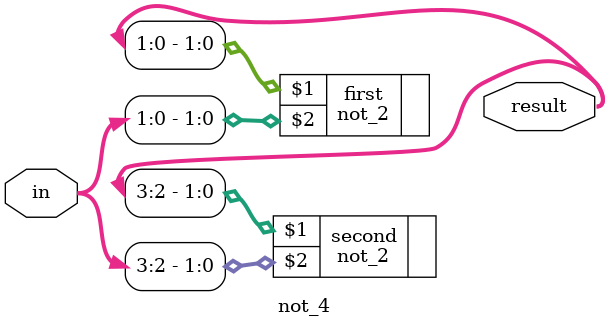
<source format=v>
module not_4(result, in);
	input[3:0] in;
	output[3:0] result;

	not_2 first(result[1:0], in[1:0]);
	not_2 second(result[3:2], in[3:2]);

endmodule
</source>
